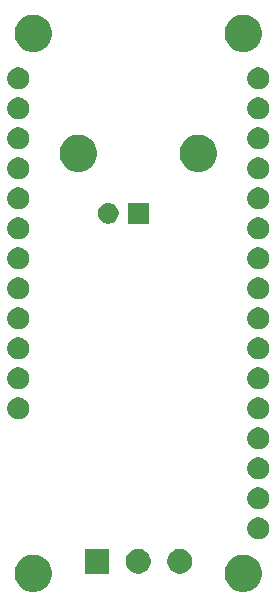
<source format=gbr>
G04 #@! TF.GenerationSoftware,KiCad,Pcbnew,5.0.2-bee76a0~70~ubuntu18.04.1*
G04 #@! TF.CreationDate,2019-02-21T16:56:04-08:00*
G04 #@! TF.ProjectId,ph_feather_wing,70685f66-6561-4746-9865-725f77696e67,rev?*
G04 #@! TF.SameCoordinates,Original*
G04 #@! TF.FileFunction,Soldermask,Bot*
G04 #@! TF.FilePolarity,Negative*
%FSLAX46Y46*%
G04 Gerber Fmt 4.6, Leading zero omitted, Abs format (unit mm)*
G04 Created by KiCad (PCBNEW 5.0.2-bee76a0~70~ubuntu18.04.1) date Thu 21 Feb 2019 04:56:04 PM PST*
%MOMM*%
%LPD*%
G01*
G04 APERTURE LIST*
%ADD10C,0.100000*%
G04 APERTURE END LIST*
D10*
G36*
X85549411Y-97545526D02*
X85668137Y-97594704D01*
X85836041Y-97664252D01*
X86094007Y-97836619D01*
X86313381Y-98055993D01*
X86485748Y-98313959D01*
X86604474Y-98600590D01*
X86665000Y-98904875D01*
X86665000Y-99215125D01*
X86604474Y-99519410D01*
X86485748Y-99806041D01*
X86313381Y-100064007D01*
X86094007Y-100283381D01*
X85836041Y-100455748D01*
X85668137Y-100525296D01*
X85549411Y-100574474D01*
X85245125Y-100635000D01*
X84934875Y-100635000D01*
X84782733Y-100604737D01*
X84630589Y-100574474D01*
X84511863Y-100525296D01*
X84343959Y-100455748D01*
X84085993Y-100283381D01*
X83866619Y-100064007D01*
X83694252Y-99806041D01*
X83575526Y-99519410D01*
X83515000Y-99215125D01*
X83515000Y-98904875D01*
X83575526Y-98600590D01*
X83694252Y-98313959D01*
X83866619Y-98055993D01*
X84085993Y-97836619D01*
X84343959Y-97664252D01*
X84511863Y-97594704D01*
X84630589Y-97545526D01*
X84934875Y-97485000D01*
X85245125Y-97485000D01*
X85549411Y-97545526D01*
X85549411Y-97545526D01*
G37*
G36*
X67769411Y-97545526D02*
X67888137Y-97594704D01*
X68056041Y-97664252D01*
X68314007Y-97836619D01*
X68533381Y-98055993D01*
X68705748Y-98313959D01*
X68824474Y-98600590D01*
X68885000Y-98904875D01*
X68885000Y-99215125D01*
X68824474Y-99519410D01*
X68705748Y-99806041D01*
X68533381Y-100064007D01*
X68314007Y-100283381D01*
X68056041Y-100455748D01*
X67888137Y-100525296D01*
X67769411Y-100574474D01*
X67465125Y-100635000D01*
X67154875Y-100635000D01*
X67002733Y-100604737D01*
X66850589Y-100574474D01*
X66731863Y-100525296D01*
X66563959Y-100455748D01*
X66305993Y-100283381D01*
X66086619Y-100064007D01*
X65914252Y-99806041D01*
X65795526Y-99519410D01*
X65735000Y-99215125D01*
X65735000Y-98904875D01*
X65795526Y-98600590D01*
X65914252Y-98313959D01*
X66086619Y-98055993D01*
X66305993Y-97836619D01*
X66563959Y-97664252D01*
X66731863Y-97594704D01*
X66850589Y-97545526D01*
X67154875Y-97485000D01*
X67465125Y-97485000D01*
X67769411Y-97545526D01*
X67769411Y-97545526D01*
G37*
G36*
X73750880Y-99095000D02*
X71648880Y-99095000D01*
X71648880Y-96993000D01*
X73750880Y-96993000D01*
X73750880Y-99095000D01*
X73750880Y-99095000D01*
G37*
G36*
X76506565Y-97033389D02*
X76697834Y-97112615D01*
X76869976Y-97227637D01*
X77016363Y-97374024D01*
X77131385Y-97546166D01*
X77210611Y-97737435D01*
X77251000Y-97940484D01*
X77251000Y-98147516D01*
X77210611Y-98350565D01*
X77131385Y-98541834D01*
X77016363Y-98713976D01*
X76869976Y-98860363D01*
X76697834Y-98975385D01*
X76506565Y-99054611D01*
X76303516Y-99095000D01*
X76096484Y-99095000D01*
X75893435Y-99054611D01*
X75702166Y-98975385D01*
X75530024Y-98860363D01*
X75383637Y-98713976D01*
X75268615Y-98541834D01*
X75189389Y-98350565D01*
X75149000Y-98147516D01*
X75149000Y-97940484D01*
X75189389Y-97737435D01*
X75268615Y-97546166D01*
X75383637Y-97374024D01*
X75530024Y-97227637D01*
X75702166Y-97112615D01*
X75893435Y-97033389D01*
X76096484Y-96993000D01*
X76303516Y-96993000D01*
X76506565Y-97033389D01*
X76506565Y-97033389D01*
G37*
G36*
X80006685Y-97033389D02*
X80197954Y-97112615D01*
X80370096Y-97227637D01*
X80516483Y-97374024D01*
X80631505Y-97546166D01*
X80710731Y-97737435D01*
X80751120Y-97940484D01*
X80751120Y-98147516D01*
X80710731Y-98350565D01*
X80631505Y-98541834D01*
X80516483Y-98713976D01*
X80370096Y-98860363D01*
X80197954Y-98975385D01*
X80006685Y-99054611D01*
X79803636Y-99095000D01*
X79596604Y-99095000D01*
X79393555Y-99054611D01*
X79202286Y-98975385D01*
X79030144Y-98860363D01*
X78883757Y-98713976D01*
X78768735Y-98541834D01*
X78689509Y-98350565D01*
X78649120Y-98147516D01*
X78649120Y-97940484D01*
X78689509Y-97737435D01*
X78768735Y-97546166D01*
X78883757Y-97374024D01*
X79030144Y-97227637D01*
X79202286Y-97112615D01*
X79393555Y-97033389D01*
X79596604Y-96993000D01*
X79803636Y-96993000D01*
X80006685Y-97033389D01*
X80006685Y-97033389D01*
G37*
G36*
X86634188Y-94346123D02*
X86805257Y-94416983D01*
X86959216Y-94519855D01*
X87090145Y-94650784D01*
X87193017Y-94804743D01*
X87263877Y-94975812D01*
X87300000Y-95157417D01*
X87300000Y-95342583D01*
X87263877Y-95524188D01*
X87193017Y-95695257D01*
X87090145Y-95849216D01*
X86959216Y-95980145D01*
X86805257Y-96083017D01*
X86634188Y-96153877D01*
X86452583Y-96190000D01*
X86267417Y-96190000D01*
X86085812Y-96153877D01*
X85914743Y-96083017D01*
X85760784Y-95980145D01*
X85629855Y-95849216D01*
X85526983Y-95695257D01*
X85456123Y-95524188D01*
X85420000Y-95342583D01*
X85420000Y-95157417D01*
X85456123Y-94975812D01*
X85526983Y-94804743D01*
X85629855Y-94650784D01*
X85760784Y-94519855D01*
X85914743Y-94416983D01*
X86085812Y-94346123D01*
X86267417Y-94310000D01*
X86452583Y-94310000D01*
X86634188Y-94346123D01*
X86634188Y-94346123D01*
G37*
G36*
X86634188Y-91806123D02*
X86805257Y-91876983D01*
X86959216Y-91979855D01*
X87090145Y-92110784D01*
X87193017Y-92264743D01*
X87263877Y-92435812D01*
X87300000Y-92617417D01*
X87300000Y-92802583D01*
X87263877Y-92984188D01*
X87193017Y-93155257D01*
X87090145Y-93309216D01*
X86959216Y-93440145D01*
X86805257Y-93543017D01*
X86634188Y-93613877D01*
X86452583Y-93650000D01*
X86267417Y-93650000D01*
X86085812Y-93613877D01*
X85914743Y-93543017D01*
X85760784Y-93440145D01*
X85629855Y-93309216D01*
X85526983Y-93155257D01*
X85456123Y-92984188D01*
X85420000Y-92802583D01*
X85420000Y-92617417D01*
X85456123Y-92435812D01*
X85526983Y-92264743D01*
X85629855Y-92110784D01*
X85760784Y-91979855D01*
X85914743Y-91876983D01*
X86085812Y-91806123D01*
X86267417Y-91770000D01*
X86452583Y-91770000D01*
X86634188Y-91806123D01*
X86634188Y-91806123D01*
G37*
G36*
X86634188Y-89266123D02*
X86805257Y-89336983D01*
X86959216Y-89439855D01*
X87090145Y-89570784D01*
X87193017Y-89724743D01*
X87263877Y-89895812D01*
X87300000Y-90077417D01*
X87300000Y-90262583D01*
X87263877Y-90444188D01*
X87193017Y-90615257D01*
X87090145Y-90769216D01*
X86959216Y-90900145D01*
X86805257Y-91003017D01*
X86634188Y-91073877D01*
X86452583Y-91110000D01*
X86267417Y-91110000D01*
X86085812Y-91073877D01*
X85914743Y-91003017D01*
X85760784Y-90900145D01*
X85629855Y-90769216D01*
X85526983Y-90615257D01*
X85456123Y-90444188D01*
X85420000Y-90262583D01*
X85420000Y-90077417D01*
X85456123Y-89895812D01*
X85526983Y-89724743D01*
X85629855Y-89570784D01*
X85760784Y-89439855D01*
X85914743Y-89336983D01*
X86085812Y-89266123D01*
X86267417Y-89230000D01*
X86452583Y-89230000D01*
X86634188Y-89266123D01*
X86634188Y-89266123D01*
G37*
G36*
X86634188Y-86726123D02*
X86805257Y-86796983D01*
X86959216Y-86899855D01*
X87090145Y-87030784D01*
X87193017Y-87184743D01*
X87263877Y-87355812D01*
X87300000Y-87537417D01*
X87300000Y-87722583D01*
X87263877Y-87904188D01*
X87193017Y-88075257D01*
X87090145Y-88229216D01*
X86959216Y-88360145D01*
X86805257Y-88463017D01*
X86634188Y-88533877D01*
X86452583Y-88570000D01*
X86267417Y-88570000D01*
X86085812Y-88533877D01*
X85914743Y-88463017D01*
X85760784Y-88360145D01*
X85629855Y-88229216D01*
X85526983Y-88075257D01*
X85456123Y-87904188D01*
X85420000Y-87722583D01*
X85420000Y-87537417D01*
X85456123Y-87355812D01*
X85526983Y-87184743D01*
X85629855Y-87030784D01*
X85760784Y-86899855D01*
X85914743Y-86796983D01*
X86085812Y-86726123D01*
X86267417Y-86690000D01*
X86452583Y-86690000D01*
X86634188Y-86726123D01*
X86634188Y-86726123D01*
G37*
G36*
X86634188Y-84186123D02*
X86805257Y-84256983D01*
X86959216Y-84359855D01*
X87090145Y-84490784D01*
X87193017Y-84644743D01*
X87263877Y-84815812D01*
X87300000Y-84997417D01*
X87300000Y-85182583D01*
X87263877Y-85364188D01*
X87193017Y-85535257D01*
X87090145Y-85689216D01*
X86959216Y-85820145D01*
X86805257Y-85923017D01*
X86634188Y-85993877D01*
X86452583Y-86030000D01*
X86267417Y-86030000D01*
X86085812Y-85993877D01*
X85914743Y-85923017D01*
X85760784Y-85820145D01*
X85629855Y-85689216D01*
X85526983Y-85535257D01*
X85456123Y-85364188D01*
X85420000Y-85182583D01*
X85420000Y-84997417D01*
X85456123Y-84815812D01*
X85526983Y-84644743D01*
X85629855Y-84490784D01*
X85760784Y-84359855D01*
X85914743Y-84256983D01*
X86085812Y-84186123D01*
X86267417Y-84150000D01*
X86452583Y-84150000D01*
X86634188Y-84186123D01*
X86634188Y-84186123D01*
G37*
G36*
X66314188Y-84186123D02*
X66485257Y-84256983D01*
X66639216Y-84359855D01*
X66770145Y-84490784D01*
X66873017Y-84644743D01*
X66943877Y-84815812D01*
X66980000Y-84997417D01*
X66980000Y-85182583D01*
X66943877Y-85364188D01*
X66873017Y-85535257D01*
X66770145Y-85689216D01*
X66639216Y-85820145D01*
X66485257Y-85923017D01*
X66314188Y-85993877D01*
X66132583Y-86030000D01*
X65947417Y-86030000D01*
X65765812Y-85993877D01*
X65594743Y-85923017D01*
X65440784Y-85820145D01*
X65309855Y-85689216D01*
X65206983Y-85535257D01*
X65136123Y-85364188D01*
X65100000Y-85182583D01*
X65100000Y-84997417D01*
X65136123Y-84815812D01*
X65206983Y-84644743D01*
X65309855Y-84490784D01*
X65440784Y-84359855D01*
X65594743Y-84256983D01*
X65765812Y-84186123D01*
X65947417Y-84150000D01*
X66132583Y-84150000D01*
X66314188Y-84186123D01*
X66314188Y-84186123D01*
G37*
G36*
X86634188Y-81646123D02*
X86805257Y-81716983D01*
X86959216Y-81819855D01*
X87090145Y-81950784D01*
X87193017Y-82104743D01*
X87263877Y-82275812D01*
X87300000Y-82457417D01*
X87300000Y-82642583D01*
X87263877Y-82824188D01*
X87193017Y-82995257D01*
X87090145Y-83149216D01*
X86959216Y-83280145D01*
X86805257Y-83383017D01*
X86634188Y-83453877D01*
X86452583Y-83490000D01*
X86267417Y-83490000D01*
X86085812Y-83453877D01*
X85914743Y-83383017D01*
X85760784Y-83280145D01*
X85629855Y-83149216D01*
X85526983Y-82995257D01*
X85456123Y-82824188D01*
X85420000Y-82642583D01*
X85420000Y-82457417D01*
X85456123Y-82275812D01*
X85526983Y-82104743D01*
X85629855Y-81950784D01*
X85760784Y-81819855D01*
X85914743Y-81716983D01*
X86085812Y-81646123D01*
X86267417Y-81610000D01*
X86452583Y-81610000D01*
X86634188Y-81646123D01*
X86634188Y-81646123D01*
G37*
G36*
X66314188Y-81646123D02*
X66485257Y-81716983D01*
X66639216Y-81819855D01*
X66770145Y-81950784D01*
X66873017Y-82104743D01*
X66943877Y-82275812D01*
X66980000Y-82457417D01*
X66980000Y-82642583D01*
X66943877Y-82824188D01*
X66873017Y-82995257D01*
X66770145Y-83149216D01*
X66639216Y-83280145D01*
X66485257Y-83383017D01*
X66314188Y-83453877D01*
X66132583Y-83490000D01*
X65947417Y-83490000D01*
X65765812Y-83453877D01*
X65594743Y-83383017D01*
X65440784Y-83280145D01*
X65309855Y-83149216D01*
X65206983Y-82995257D01*
X65136123Y-82824188D01*
X65100000Y-82642583D01*
X65100000Y-82457417D01*
X65136123Y-82275812D01*
X65206983Y-82104743D01*
X65309855Y-81950784D01*
X65440784Y-81819855D01*
X65594743Y-81716983D01*
X65765812Y-81646123D01*
X65947417Y-81610000D01*
X66132583Y-81610000D01*
X66314188Y-81646123D01*
X66314188Y-81646123D01*
G37*
G36*
X86634188Y-79106123D02*
X86805257Y-79176983D01*
X86959216Y-79279855D01*
X87090145Y-79410784D01*
X87193017Y-79564743D01*
X87263877Y-79735812D01*
X87300000Y-79917417D01*
X87300000Y-80102583D01*
X87263877Y-80284188D01*
X87193017Y-80455257D01*
X87090145Y-80609216D01*
X86959216Y-80740145D01*
X86805257Y-80843017D01*
X86634188Y-80913877D01*
X86452583Y-80950000D01*
X86267417Y-80950000D01*
X86085812Y-80913877D01*
X85914743Y-80843017D01*
X85760784Y-80740145D01*
X85629855Y-80609216D01*
X85526983Y-80455257D01*
X85456123Y-80284188D01*
X85420000Y-80102583D01*
X85420000Y-79917417D01*
X85456123Y-79735812D01*
X85526983Y-79564743D01*
X85629855Y-79410784D01*
X85760784Y-79279855D01*
X85914743Y-79176983D01*
X86085812Y-79106123D01*
X86267417Y-79070000D01*
X86452583Y-79070000D01*
X86634188Y-79106123D01*
X86634188Y-79106123D01*
G37*
G36*
X66314188Y-79106123D02*
X66485257Y-79176983D01*
X66639216Y-79279855D01*
X66770145Y-79410784D01*
X66873017Y-79564743D01*
X66943877Y-79735812D01*
X66980000Y-79917417D01*
X66980000Y-80102583D01*
X66943877Y-80284188D01*
X66873017Y-80455257D01*
X66770145Y-80609216D01*
X66639216Y-80740145D01*
X66485257Y-80843017D01*
X66314188Y-80913877D01*
X66132583Y-80950000D01*
X65947417Y-80950000D01*
X65765812Y-80913877D01*
X65594743Y-80843017D01*
X65440784Y-80740145D01*
X65309855Y-80609216D01*
X65206983Y-80455257D01*
X65136123Y-80284188D01*
X65100000Y-80102583D01*
X65100000Y-79917417D01*
X65136123Y-79735812D01*
X65206983Y-79564743D01*
X65309855Y-79410784D01*
X65440784Y-79279855D01*
X65594743Y-79176983D01*
X65765812Y-79106123D01*
X65947417Y-79070000D01*
X66132583Y-79070000D01*
X66314188Y-79106123D01*
X66314188Y-79106123D01*
G37*
G36*
X66314188Y-76566123D02*
X66485257Y-76636983D01*
X66639216Y-76739855D01*
X66770145Y-76870784D01*
X66873017Y-77024743D01*
X66943877Y-77195812D01*
X66980000Y-77377417D01*
X66980000Y-77562583D01*
X66943877Y-77744188D01*
X66873017Y-77915257D01*
X66770145Y-78069216D01*
X66639216Y-78200145D01*
X66485257Y-78303017D01*
X66314188Y-78373877D01*
X66132583Y-78410000D01*
X65947417Y-78410000D01*
X65765812Y-78373877D01*
X65594743Y-78303017D01*
X65440784Y-78200145D01*
X65309855Y-78069216D01*
X65206983Y-77915257D01*
X65136123Y-77744188D01*
X65100000Y-77562583D01*
X65100000Y-77377417D01*
X65136123Y-77195812D01*
X65206983Y-77024743D01*
X65309855Y-76870784D01*
X65440784Y-76739855D01*
X65594743Y-76636983D01*
X65765812Y-76566123D01*
X65947417Y-76530000D01*
X66132583Y-76530000D01*
X66314188Y-76566123D01*
X66314188Y-76566123D01*
G37*
G36*
X86634188Y-76566123D02*
X86805257Y-76636983D01*
X86959216Y-76739855D01*
X87090145Y-76870784D01*
X87193017Y-77024743D01*
X87263877Y-77195812D01*
X87300000Y-77377417D01*
X87300000Y-77562583D01*
X87263877Y-77744188D01*
X87193017Y-77915257D01*
X87090145Y-78069216D01*
X86959216Y-78200145D01*
X86805257Y-78303017D01*
X86634188Y-78373877D01*
X86452583Y-78410000D01*
X86267417Y-78410000D01*
X86085812Y-78373877D01*
X85914743Y-78303017D01*
X85760784Y-78200145D01*
X85629855Y-78069216D01*
X85526983Y-77915257D01*
X85456123Y-77744188D01*
X85420000Y-77562583D01*
X85420000Y-77377417D01*
X85456123Y-77195812D01*
X85526983Y-77024743D01*
X85629855Y-76870784D01*
X85760784Y-76739855D01*
X85914743Y-76636983D01*
X86085812Y-76566123D01*
X86267417Y-76530000D01*
X86452583Y-76530000D01*
X86634188Y-76566123D01*
X86634188Y-76566123D01*
G37*
G36*
X66314188Y-74026123D02*
X66485257Y-74096983D01*
X66639216Y-74199855D01*
X66770145Y-74330784D01*
X66873017Y-74484743D01*
X66943877Y-74655812D01*
X66980000Y-74837417D01*
X66980000Y-75022583D01*
X66943877Y-75204188D01*
X66873017Y-75375257D01*
X66770145Y-75529216D01*
X66639216Y-75660145D01*
X66485257Y-75763017D01*
X66314188Y-75833877D01*
X66132583Y-75870000D01*
X65947417Y-75870000D01*
X65765812Y-75833877D01*
X65594743Y-75763017D01*
X65440784Y-75660145D01*
X65309855Y-75529216D01*
X65206983Y-75375257D01*
X65136123Y-75204188D01*
X65100000Y-75022583D01*
X65100000Y-74837417D01*
X65136123Y-74655812D01*
X65206983Y-74484743D01*
X65309855Y-74330784D01*
X65440784Y-74199855D01*
X65594743Y-74096983D01*
X65765812Y-74026123D01*
X65947417Y-73990000D01*
X66132583Y-73990000D01*
X66314188Y-74026123D01*
X66314188Y-74026123D01*
G37*
G36*
X86634188Y-74026123D02*
X86805257Y-74096983D01*
X86959216Y-74199855D01*
X87090145Y-74330784D01*
X87193017Y-74484743D01*
X87263877Y-74655812D01*
X87300000Y-74837417D01*
X87300000Y-75022583D01*
X87263877Y-75204188D01*
X87193017Y-75375257D01*
X87090145Y-75529216D01*
X86959216Y-75660145D01*
X86805257Y-75763017D01*
X86634188Y-75833877D01*
X86452583Y-75870000D01*
X86267417Y-75870000D01*
X86085812Y-75833877D01*
X85914743Y-75763017D01*
X85760784Y-75660145D01*
X85629855Y-75529216D01*
X85526983Y-75375257D01*
X85456123Y-75204188D01*
X85420000Y-75022583D01*
X85420000Y-74837417D01*
X85456123Y-74655812D01*
X85526983Y-74484743D01*
X85629855Y-74330784D01*
X85760784Y-74199855D01*
X85914743Y-74096983D01*
X86085812Y-74026123D01*
X86267417Y-73990000D01*
X86452583Y-73990000D01*
X86634188Y-74026123D01*
X86634188Y-74026123D01*
G37*
G36*
X66314188Y-71486123D02*
X66485257Y-71556983D01*
X66639216Y-71659855D01*
X66770145Y-71790784D01*
X66873017Y-71944743D01*
X66943877Y-72115812D01*
X66980000Y-72297417D01*
X66980000Y-72482583D01*
X66943877Y-72664188D01*
X66873017Y-72835257D01*
X66770145Y-72989216D01*
X66639216Y-73120145D01*
X66485257Y-73223017D01*
X66314188Y-73293877D01*
X66132583Y-73330000D01*
X65947417Y-73330000D01*
X65765812Y-73293877D01*
X65594743Y-73223017D01*
X65440784Y-73120145D01*
X65309855Y-72989216D01*
X65206983Y-72835257D01*
X65136123Y-72664188D01*
X65100000Y-72482583D01*
X65100000Y-72297417D01*
X65136123Y-72115812D01*
X65206983Y-71944743D01*
X65309855Y-71790784D01*
X65440784Y-71659855D01*
X65594743Y-71556983D01*
X65765812Y-71486123D01*
X65947417Y-71450000D01*
X66132583Y-71450000D01*
X66314188Y-71486123D01*
X66314188Y-71486123D01*
G37*
G36*
X86634188Y-71486123D02*
X86805257Y-71556983D01*
X86959216Y-71659855D01*
X87090145Y-71790784D01*
X87193017Y-71944743D01*
X87263877Y-72115812D01*
X87300000Y-72297417D01*
X87300000Y-72482583D01*
X87263877Y-72664188D01*
X87193017Y-72835257D01*
X87090145Y-72989216D01*
X86959216Y-73120145D01*
X86805257Y-73223017D01*
X86634188Y-73293877D01*
X86452583Y-73330000D01*
X86267417Y-73330000D01*
X86085812Y-73293877D01*
X85914743Y-73223017D01*
X85760784Y-73120145D01*
X85629855Y-72989216D01*
X85526983Y-72835257D01*
X85456123Y-72664188D01*
X85420000Y-72482583D01*
X85420000Y-72297417D01*
X85456123Y-72115812D01*
X85526983Y-71944743D01*
X85629855Y-71790784D01*
X85760784Y-71659855D01*
X85914743Y-71556983D01*
X86085812Y-71486123D01*
X86267417Y-71450000D01*
X86452583Y-71450000D01*
X86634188Y-71486123D01*
X86634188Y-71486123D01*
G37*
G36*
X86634188Y-68946123D02*
X86805257Y-69016983D01*
X86959216Y-69119855D01*
X87090145Y-69250784D01*
X87193017Y-69404743D01*
X87263877Y-69575812D01*
X87300000Y-69757417D01*
X87300000Y-69942583D01*
X87263877Y-70124188D01*
X87193017Y-70295257D01*
X87090145Y-70449216D01*
X86959216Y-70580145D01*
X86805257Y-70683017D01*
X86634188Y-70753877D01*
X86452583Y-70790000D01*
X86267417Y-70790000D01*
X86085812Y-70753877D01*
X85914743Y-70683017D01*
X85760784Y-70580145D01*
X85629855Y-70449216D01*
X85526983Y-70295257D01*
X85456123Y-70124188D01*
X85420000Y-69942583D01*
X85420000Y-69757417D01*
X85456123Y-69575812D01*
X85526983Y-69404743D01*
X85629855Y-69250784D01*
X85760784Y-69119855D01*
X85914743Y-69016983D01*
X86085812Y-68946123D01*
X86267417Y-68910000D01*
X86452583Y-68910000D01*
X86634188Y-68946123D01*
X86634188Y-68946123D01*
G37*
G36*
X66314188Y-68946123D02*
X66485257Y-69016983D01*
X66639216Y-69119855D01*
X66770145Y-69250784D01*
X66873017Y-69404743D01*
X66943877Y-69575812D01*
X66980000Y-69757417D01*
X66980000Y-69942583D01*
X66943877Y-70124188D01*
X66873017Y-70295257D01*
X66770145Y-70449216D01*
X66639216Y-70580145D01*
X66485257Y-70683017D01*
X66314188Y-70753877D01*
X66132583Y-70790000D01*
X65947417Y-70790000D01*
X65765812Y-70753877D01*
X65594743Y-70683017D01*
X65440784Y-70580145D01*
X65309855Y-70449216D01*
X65206983Y-70295257D01*
X65136123Y-70124188D01*
X65100000Y-69942583D01*
X65100000Y-69757417D01*
X65136123Y-69575812D01*
X65206983Y-69404743D01*
X65309855Y-69250784D01*
X65440784Y-69119855D01*
X65594743Y-69016983D01*
X65765812Y-68946123D01*
X65947417Y-68910000D01*
X66132583Y-68910000D01*
X66314188Y-68946123D01*
X66314188Y-68946123D01*
G37*
G36*
X73830997Y-67720342D02*
X73915666Y-67737183D01*
X73959300Y-67755257D01*
X74075177Y-67803255D01*
X74218739Y-67899180D01*
X74340820Y-68021261D01*
X74436745Y-68164823D01*
X74502817Y-68324335D01*
X74536500Y-68493671D01*
X74536500Y-68666329D01*
X74502817Y-68835665D01*
X74436745Y-68995177D01*
X74340820Y-69138739D01*
X74218739Y-69260820D01*
X74075177Y-69356745D01*
X73981738Y-69395449D01*
X73915666Y-69422817D01*
X73830997Y-69439658D01*
X73746329Y-69456500D01*
X73573671Y-69456500D01*
X73489003Y-69439658D01*
X73404334Y-69422817D01*
X73338262Y-69395449D01*
X73244823Y-69356745D01*
X73101261Y-69260820D01*
X72979180Y-69138739D01*
X72883255Y-68995177D01*
X72817183Y-68835665D01*
X72783500Y-68666329D01*
X72783500Y-68493671D01*
X72817183Y-68324335D01*
X72883255Y-68164823D01*
X72979180Y-68021261D01*
X73101261Y-67899180D01*
X73244823Y-67803255D01*
X73360700Y-67755257D01*
X73404334Y-67737183D01*
X73489003Y-67720342D01*
X73573671Y-67703500D01*
X73746329Y-67703500D01*
X73830997Y-67720342D01*
X73830997Y-67720342D01*
G37*
G36*
X77076500Y-69456500D02*
X75323500Y-69456500D01*
X75323500Y-67703500D01*
X77076500Y-67703500D01*
X77076500Y-69456500D01*
X77076500Y-69456500D01*
G37*
G36*
X86634188Y-66406123D02*
X86805257Y-66476983D01*
X86959216Y-66579855D01*
X87090145Y-66710784D01*
X87193017Y-66864743D01*
X87263877Y-67035812D01*
X87300000Y-67217417D01*
X87300000Y-67402583D01*
X87263877Y-67584188D01*
X87193017Y-67755257D01*
X87090145Y-67909216D01*
X86959216Y-68040145D01*
X86805257Y-68143017D01*
X86634188Y-68213877D01*
X86452583Y-68250000D01*
X86267417Y-68250000D01*
X86085812Y-68213877D01*
X85914743Y-68143017D01*
X85760784Y-68040145D01*
X85629855Y-67909216D01*
X85526983Y-67755257D01*
X85456123Y-67584188D01*
X85420000Y-67402583D01*
X85420000Y-67217417D01*
X85456123Y-67035812D01*
X85526983Y-66864743D01*
X85629855Y-66710784D01*
X85760784Y-66579855D01*
X85914743Y-66476983D01*
X86085812Y-66406123D01*
X86267417Y-66370000D01*
X86452583Y-66370000D01*
X86634188Y-66406123D01*
X86634188Y-66406123D01*
G37*
G36*
X66314188Y-66406123D02*
X66485257Y-66476983D01*
X66639216Y-66579855D01*
X66770145Y-66710784D01*
X66873017Y-66864743D01*
X66943877Y-67035812D01*
X66980000Y-67217417D01*
X66980000Y-67402583D01*
X66943877Y-67584188D01*
X66873017Y-67755257D01*
X66770145Y-67909216D01*
X66639216Y-68040145D01*
X66485257Y-68143017D01*
X66314188Y-68213877D01*
X66132583Y-68250000D01*
X65947417Y-68250000D01*
X65765812Y-68213877D01*
X65594743Y-68143017D01*
X65440784Y-68040145D01*
X65309855Y-67909216D01*
X65206983Y-67755257D01*
X65136123Y-67584188D01*
X65100000Y-67402583D01*
X65100000Y-67217417D01*
X65136123Y-67035812D01*
X65206983Y-66864743D01*
X65309855Y-66710784D01*
X65440784Y-66579855D01*
X65594743Y-66476983D01*
X65765812Y-66406123D01*
X65947417Y-66370000D01*
X66132583Y-66370000D01*
X66314188Y-66406123D01*
X66314188Y-66406123D01*
G37*
G36*
X66314188Y-63866123D02*
X66485257Y-63936983D01*
X66639216Y-64039855D01*
X66770145Y-64170784D01*
X66873017Y-64324743D01*
X66943877Y-64495812D01*
X66980000Y-64677417D01*
X66980000Y-64862583D01*
X66943877Y-65044188D01*
X66873017Y-65215257D01*
X66770145Y-65369216D01*
X66639216Y-65500145D01*
X66485257Y-65603017D01*
X66314188Y-65673877D01*
X66132583Y-65710000D01*
X65947417Y-65710000D01*
X65765812Y-65673877D01*
X65594743Y-65603017D01*
X65440784Y-65500145D01*
X65309855Y-65369216D01*
X65206983Y-65215257D01*
X65136123Y-65044188D01*
X65100000Y-64862583D01*
X65100000Y-64677417D01*
X65136123Y-64495812D01*
X65206983Y-64324743D01*
X65309855Y-64170784D01*
X65440784Y-64039855D01*
X65594743Y-63936983D01*
X65765812Y-63866123D01*
X65947417Y-63830000D01*
X66132583Y-63830000D01*
X66314188Y-63866123D01*
X66314188Y-63866123D01*
G37*
G36*
X86634188Y-63866123D02*
X86805257Y-63936983D01*
X86959216Y-64039855D01*
X87090145Y-64170784D01*
X87193017Y-64324743D01*
X87263877Y-64495812D01*
X87300000Y-64677417D01*
X87300000Y-64862583D01*
X87263877Y-65044188D01*
X87193017Y-65215257D01*
X87090145Y-65369216D01*
X86959216Y-65500145D01*
X86805257Y-65603017D01*
X86634188Y-65673877D01*
X86452583Y-65710000D01*
X86267417Y-65710000D01*
X86085812Y-65673877D01*
X85914743Y-65603017D01*
X85760784Y-65500145D01*
X85629855Y-65369216D01*
X85526983Y-65215257D01*
X85456123Y-65044188D01*
X85420000Y-64862583D01*
X85420000Y-64677417D01*
X85456123Y-64495812D01*
X85526983Y-64324743D01*
X85629855Y-64170784D01*
X85760784Y-64039855D01*
X85914743Y-63936983D01*
X86085812Y-63866123D01*
X86267417Y-63830000D01*
X86452583Y-63830000D01*
X86634188Y-63866123D01*
X86634188Y-63866123D01*
G37*
G36*
X81587267Y-61955263D02*
X81739411Y-61985526D01*
X81858137Y-62034704D01*
X82026041Y-62104252D01*
X82284007Y-62276619D01*
X82503381Y-62495993D01*
X82675748Y-62753959D01*
X82794474Y-63040590D01*
X82855000Y-63344875D01*
X82855000Y-63655125D01*
X82794474Y-63959410D01*
X82675748Y-64246041D01*
X82503381Y-64504007D01*
X82284007Y-64723381D01*
X82026041Y-64895748D01*
X81858137Y-64965296D01*
X81739411Y-65014474D01*
X81590028Y-65044188D01*
X81435125Y-65075000D01*
X81124875Y-65075000D01*
X80969972Y-65044188D01*
X80820589Y-65014474D01*
X80701863Y-64965296D01*
X80533959Y-64895748D01*
X80275993Y-64723381D01*
X80056619Y-64504007D01*
X79884252Y-64246041D01*
X79765526Y-63959410D01*
X79705000Y-63655125D01*
X79705000Y-63344875D01*
X79765526Y-63040590D01*
X79884252Y-62753959D01*
X80056619Y-62495993D01*
X80275993Y-62276619D01*
X80533959Y-62104252D01*
X80701863Y-62034704D01*
X80820589Y-61985526D01*
X80972733Y-61955263D01*
X81124875Y-61925000D01*
X81435125Y-61925000D01*
X81587267Y-61955263D01*
X81587267Y-61955263D01*
G37*
G36*
X71427267Y-61955263D02*
X71579411Y-61985526D01*
X71698137Y-62034704D01*
X71866041Y-62104252D01*
X72124007Y-62276619D01*
X72343381Y-62495993D01*
X72515748Y-62753959D01*
X72634474Y-63040590D01*
X72695000Y-63344875D01*
X72695000Y-63655125D01*
X72634474Y-63959410D01*
X72515748Y-64246041D01*
X72343381Y-64504007D01*
X72124007Y-64723381D01*
X71866041Y-64895748D01*
X71698137Y-64965296D01*
X71579411Y-65014474D01*
X71430028Y-65044188D01*
X71275125Y-65075000D01*
X70964875Y-65075000D01*
X70809972Y-65044188D01*
X70660589Y-65014474D01*
X70541863Y-64965296D01*
X70373959Y-64895748D01*
X70115993Y-64723381D01*
X69896619Y-64504007D01*
X69724252Y-64246041D01*
X69605526Y-63959410D01*
X69545000Y-63655125D01*
X69545000Y-63344875D01*
X69605526Y-63040590D01*
X69724252Y-62753959D01*
X69896619Y-62495993D01*
X70115993Y-62276619D01*
X70373959Y-62104252D01*
X70541863Y-62034704D01*
X70660589Y-61985526D01*
X70812733Y-61955263D01*
X70964875Y-61925000D01*
X71275125Y-61925000D01*
X71427267Y-61955263D01*
X71427267Y-61955263D01*
G37*
G36*
X86634188Y-61326123D02*
X86805257Y-61396983D01*
X86959216Y-61499855D01*
X87090145Y-61630784D01*
X87193017Y-61784743D01*
X87263877Y-61955812D01*
X87300000Y-62137417D01*
X87300000Y-62322583D01*
X87263877Y-62504188D01*
X87193017Y-62675257D01*
X87090145Y-62829216D01*
X86959216Y-62960145D01*
X86805257Y-63063017D01*
X86634188Y-63133877D01*
X86452583Y-63170000D01*
X86267417Y-63170000D01*
X86085812Y-63133877D01*
X85914743Y-63063017D01*
X85760784Y-62960145D01*
X85629855Y-62829216D01*
X85526983Y-62675257D01*
X85456123Y-62504188D01*
X85420000Y-62322583D01*
X85420000Y-62137417D01*
X85456123Y-61955812D01*
X85526983Y-61784743D01*
X85629855Y-61630784D01*
X85760784Y-61499855D01*
X85914743Y-61396983D01*
X86085812Y-61326123D01*
X86267417Y-61290000D01*
X86452583Y-61290000D01*
X86634188Y-61326123D01*
X86634188Y-61326123D01*
G37*
G36*
X66314188Y-61326123D02*
X66485257Y-61396983D01*
X66639216Y-61499855D01*
X66770145Y-61630784D01*
X66873017Y-61784743D01*
X66943877Y-61955812D01*
X66980000Y-62137417D01*
X66980000Y-62322583D01*
X66943877Y-62504188D01*
X66873017Y-62675257D01*
X66770145Y-62829216D01*
X66639216Y-62960145D01*
X66485257Y-63063017D01*
X66314188Y-63133877D01*
X66132583Y-63170000D01*
X65947417Y-63170000D01*
X65765812Y-63133877D01*
X65594743Y-63063017D01*
X65440784Y-62960145D01*
X65309855Y-62829216D01*
X65206983Y-62675257D01*
X65136123Y-62504188D01*
X65100000Y-62322583D01*
X65100000Y-62137417D01*
X65136123Y-61955812D01*
X65206983Y-61784743D01*
X65309855Y-61630784D01*
X65440784Y-61499855D01*
X65594743Y-61396983D01*
X65765812Y-61326123D01*
X65947417Y-61290000D01*
X66132583Y-61290000D01*
X66314188Y-61326123D01*
X66314188Y-61326123D01*
G37*
G36*
X86634188Y-58786123D02*
X86805257Y-58856983D01*
X86959216Y-58959855D01*
X87090145Y-59090784D01*
X87193017Y-59244743D01*
X87263877Y-59415812D01*
X87300000Y-59597417D01*
X87300000Y-59782583D01*
X87263877Y-59964188D01*
X87193017Y-60135257D01*
X87090145Y-60289216D01*
X86959216Y-60420145D01*
X86805257Y-60523017D01*
X86634188Y-60593877D01*
X86452583Y-60630000D01*
X86267417Y-60630000D01*
X86085812Y-60593877D01*
X85914743Y-60523017D01*
X85760784Y-60420145D01*
X85629855Y-60289216D01*
X85526983Y-60135257D01*
X85456123Y-59964188D01*
X85420000Y-59782583D01*
X85420000Y-59597417D01*
X85456123Y-59415812D01*
X85526983Y-59244743D01*
X85629855Y-59090784D01*
X85760784Y-58959855D01*
X85914743Y-58856983D01*
X86085812Y-58786123D01*
X86267417Y-58750000D01*
X86452583Y-58750000D01*
X86634188Y-58786123D01*
X86634188Y-58786123D01*
G37*
G36*
X66314188Y-58786123D02*
X66485257Y-58856983D01*
X66639216Y-58959855D01*
X66770145Y-59090784D01*
X66873017Y-59244743D01*
X66943877Y-59415812D01*
X66980000Y-59597417D01*
X66980000Y-59782583D01*
X66943877Y-59964188D01*
X66873017Y-60135257D01*
X66770145Y-60289216D01*
X66639216Y-60420145D01*
X66485257Y-60523017D01*
X66314188Y-60593877D01*
X66132583Y-60630000D01*
X65947417Y-60630000D01*
X65765812Y-60593877D01*
X65594743Y-60523017D01*
X65440784Y-60420145D01*
X65309855Y-60289216D01*
X65206983Y-60135257D01*
X65136123Y-59964188D01*
X65100000Y-59782583D01*
X65100000Y-59597417D01*
X65136123Y-59415812D01*
X65206983Y-59244743D01*
X65309855Y-59090784D01*
X65440784Y-58959855D01*
X65594743Y-58856983D01*
X65765812Y-58786123D01*
X65947417Y-58750000D01*
X66132583Y-58750000D01*
X66314188Y-58786123D01*
X66314188Y-58786123D01*
G37*
G36*
X66314188Y-56246123D02*
X66485257Y-56316983D01*
X66639216Y-56419855D01*
X66770145Y-56550784D01*
X66873017Y-56704743D01*
X66943877Y-56875812D01*
X66980000Y-57057417D01*
X66980000Y-57242583D01*
X66943877Y-57424188D01*
X66873017Y-57595257D01*
X66770145Y-57749216D01*
X66639216Y-57880145D01*
X66485257Y-57983017D01*
X66314188Y-58053877D01*
X66132583Y-58090000D01*
X65947417Y-58090000D01*
X65765812Y-58053877D01*
X65594743Y-57983017D01*
X65440784Y-57880145D01*
X65309855Y-57749216D01*
X65206983Y-57595257D01*
X65136123Y-57424188D01*
X65100000Y-57242583D01*
X65100000Y-57057417D01*
X65136123Y-56875812D01*
X65206983Y-56704743D01*
X65309855Y-56550784D01*
X65440784Y-56419855D01*
X65594743Y-56316983D01*
X65765812Y-56246123D01*
X65947417Y-56210000D01*
X66132583Y-56210000D01*
X66314188Y-56246123D01*
X66314188Y-56246123D01*
G37*
G36*
X86634188Y-56246123D02*
X86805257Y-56316983D01*
X86959216Y-56419855D01*
X87090145Y-56550784D01*
X87193017Y-56704743D01*
X87263877Y-56875812D01*
X87300000Y-57057417D01*
X87300000Y-57242583D01*
X87263877Y-57424188D01*
X87193017Y-57595257D01*
X87090145Y-57749216D01*
X86959216Y-57880145D01*
X86805257Y-57983017D01*
X86634188Y-58053877D01*
X86452583Y-58090000D01*
X86267417Y-58090000D01*
X86085812Y-58053877D01*
X85914743Y-57983017D01*
X85760784Y-57880145D01*
X85629855Y-57749216D01*
X85526983Y-57595257D01*
X85456123Y-57424188D01*
X85420000Y-57242583D01*
X85420000Y-57057417D01*
X85456123Y-56875812D01*
X85526983Y-56704743D01*
X85629855Y-56550784D01*
X85760784Y-56419855D01*
X85914743Y-56316983D01*
X86085812Y-56246123D01*
X86267417Y-56210000D01*
X86452583Y-56210000D01*
X86634188Y-56246123D01*
X86634188Y-56246123D01*
G37*
G36*
X67769411Y-51825526D02*
X67888137Y-51874704D01*
X68056041Y-51944252D01*
X68314007Y-52116619D01*
X68533381Y-52335993D01*
X68705748Y-52593959D01*
X68824474Y-52880590D01*
X68885000Y-53184875D01*
X68885000Y-53495125D01*
X68824474Y-53799410D01*
X68705748Y-54086041D01*
X68533381Y-54344007D01*
X68314007Y-54563381D01*
X68056041Y-54735748D01*
X67888137Y-54805296D01*
X67769411Y-54854474D01*
X67617267Y-54884737D01*
X67465125Y-54915000D01*
X67154875Y-54915000D01*
X67002733Y-54884737D01*
X66850589Y-54854474D01*
X66731863Y-54805296D01*
X66563959Y-54735748D01*
X66305993Y-54563381D01*
X66086619Y-54344007D01*
X65914252Y-54086041D01*
X65795526Y-53799410D01*
X65735000Y-53495125D01*
X65735000Y-53184875D01*
X65795526Y-52880590D01*
X65914252Y-52593959D01*
X66086619Y-52335993D01*
X66305993Y-52116619D01*
X66563959Y-51944252D01*
X66731863Y-51874704D01*
X66850589Y-51825526D01*
X67154875Y-51765000D01*
X67465125Y-51765000D01*
X67769411Y-51825526D01*
X67769411Y-51825526D01*
G37*
G36*
X85549411Y-51825526D02*
X85668137Y-51874704D01*
X85836041Y-51944252D01*
X86094007Y-52116619D01*
X86313381Y-52335993D01*
X86485748Y-52593959D01*
X86604474Y-52880590D01*
X86665000Y-53184875D01*
X86665000Y-53495125D01*
X86604474Y-53799410D01*
X86485748Y-54086041D01*
X86313381Y-54344007D01*
X86094007Y-54563381D01*
X85836041Y-54735748D01*
X85668137Y-54805296D01*
X85549411Y-54854474D01*
X85397267Y-54884737D01*
X85245125Y-54915000D01*
X84934875Y-54915000D01*
X84782733Y-54884737D01*
X84630589Y-54854474D01*
X84511863Y-54805296D01*
X84343959Y-54735748D01*
X84085993Y-54563381D01*
X83866619Y-54344007D01*
X83694252Y-54086041D01*
X83575526Y-53799410D01*
X83515000Y-53495125D01*
X83515000Y-53184875D01*
X83575526Y-52880590D01*
X83694252Y-52593959D01*
X83866619Y-52335993D01*
X84085993Y-52116619D01*
X84343959Y-51944252D01*
X84511863Y-51874704D01*
X84630589Y-51825526D01*
X84934875Y-51765000D01*
X85245125Y-51765000D01*
X85549411Y-51825526D01*
X85549411Y-51825526D01*
G37*
M02*

</source>
